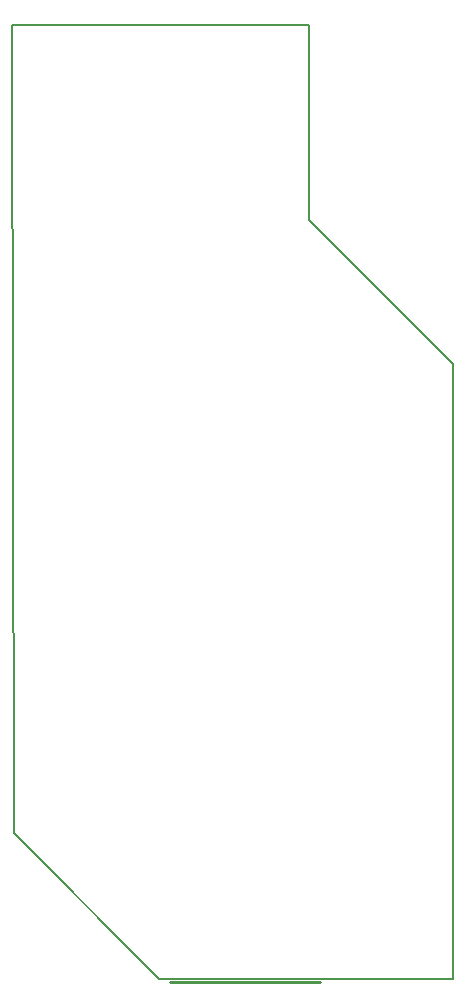
<source format=gko>
G04 Layer: BoardOutlineLayer*
G04 EasyEDA Pro v2.2.44.9, 2025-12-02 00:09:12*
G04 Gerber Generator version 0.3*
G04 Scale: 100 percent, Rotated: No, Reflected: No*
G04 Dimensions in millimeters*
G04 Leading zeros omitted, absolute positions, 4 integers and 5 decimals*
G04 Generated by one-click*
%FSLAX45Y45*%
%MOMM*%
%ADD10C,0.2*%
%ADD11C,0.254*%
%ADD12C,0.6802*%
G75*


G04 PolygonModel Start*
G54D10*
G01X927100Y8534400D02*
G01X927100Y8521700D01*
G01X939800Y1689100D01*
G01X2171700Y457200D01*
G01X4660900Y457200D01*
G01X4660900Y5664200D01*
G01X3441700Y6883400D01*
G01X3441700Y8534400D01*
G01X3416300Y8534400D01*
G01X927100Y8534400D01*
G01X3441700Y8534400D02*
G01X3441700Y8518289D01*
G54D11*
G01X2260600Y431800D02*
G01X3530600Y431800D01*

M02*


</source>
